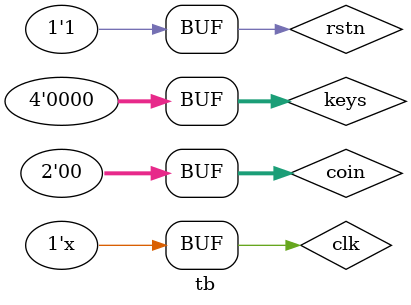
<source format=sv>
`timescale 1ns / 1ps
module tb ();
    logic         clk;
    logic         rstn ;
    logic[1:0]    coin ;
    logic[3:0]    keys;
    logic[3:0]    change ;
    logic[2:0]    sell ;

    //clock generating

    always #1 clk = ~clk;
    
    initial begin
        clk = 1;
        rstn = 0;
        #4 rstn = 1;
    //*****************
    // coin = 5
    // goods = 2
    // change = 3
    // sell = g2
    //*****************
        #2 coin = 2'b10;
        #4 coin = 2'b00;
        #2 keys = 4'b0100;
        #4 keys = 4'd0;
    //*****************
    // coin = 1+1+1
    // goods = 1
    // change = 2
    // sell = g1
    //*****************
        #10 coin = 2'b01;
        #6 coin = 2'b00;
           keys = 4'b0010;
        #4 keys = 4'd0;
    //*****************
    // coin = 1+1
    // goods = NULL
    // refund is Enable
    // change = 2
    // sell = NULL
    //*****************
        #10 coin = 2'b01;
        #4 coin = 2'b00;
        #6 keys =4'b0001;
        #2 keys = 4'd0;
    //*****************
    // coin = 1+1+1
    // goods = NULL
    // refund is Disable
    // change = 3
    // sell = NULL
    //*****************
        #10 coin = 2'b01;
        #6 coin = 2'b00;

    end

    vending_machine uut(
        .clk    (clk),
        .rstn   (rstn),
        .coin   (coin),
        .keys   (keys),
    
        .change  (change),
        .sell    (sell)
    );


 

endmodule // test
</source>
